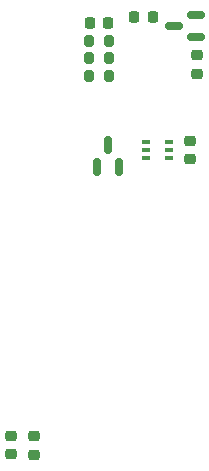
<source format=gbr>
%TF.GenerationSoftware,KiCad,Pcbnew,8.0.0*%
%TF.CreationDate,2024-05-28T22:42:53-04:00*%
%TF.ProjectId,MPPT Charge Controller,4d505054-2043-4686-9172-676520436f6e,0.2*%
%TF.SameCoordinates,Original*%
%TF.FileFunction,Paste,Bot*%
%TF.FilePolarity,Positive*%
%FSLAX46Y46*%
G04 Gerber Fmt 4.6, Leading zero omitted, Abs format (unit mm)*
G04 Created by KiCad (PCBNEW 8.0.0) date 2024-05-28 22:42:53*
%MOMM*%
%LPD*%
G01*
G04 APERTURE LIST*
G04 Aperture macros list*
%AMRoundRect*
0 Rectangle with rounded corners*
0 $1 Rounding radius*
0 $2 $3 $4 $5 $6 $7 $8 $9 X,Y pos of 4 corners*
0 Add a 4 corners polygon primitive as box body*
4,1,4,$2,$3,$4,$5,$6,$7,$8,$9,$2,$3,0*
0 Add four circle primitives for the rounded corners*
1,1,$1+$1,$2,$3*
1,1,$1+$1,$4,$5*
1,1,$1+$1,$6,$7*
1,1,$1+$1,$8,$9*
0 Add four rect primitives between the rounded corners*
20,1,$1+$1,$2,$3,$4,$5,0*
20,1,$1+$1,$4,$5,$6,$7,0*
20,1,$1+$1,$6,$7,$8,$9,0*
20,1,$1+$1,$8,$9,$2,$3,0*%
G04 Aperture macros list end*
%ADD10RoundRect,0.225000X-0.250000X0.225000X-0.250000X-0.225000X0.250000X-0.225000X0.250000X0.225000X0*%
%ADD11RoundRect,0.100000X0.225000X0.100000X-0.225000X0.100000X-0.225000X-0.100000X0.225000X-0.100000X0*%
%ADD12RoundRect,0.200000X-0.200000X-0.275000X0.200000X-0.275000X0.200000X0.275000X-0.200000X0.275000X0*%
%ADD13RoundRect,0.218750X-0.256250X0.218750X-0.256250X-0.218750X0.256250X-0.218750X0.256250X0.218750X0*%
%ADD14RoundRect,0.225000X0.225000X0.250000X-0.225000X0.250000X-0.225000X-0.250000X0.225000X-0.250000X0*%
%ADD15RoundRect,0.150000X0.150000X-0.587500X0.150000X0.587500X-0.150000X0.587500X-0.150000X-0.587500X0*%
%ADD16RoundRect,0.200000X0.200000X0.275000X-0.200000X0.275000X-0.200000X-0.275000X0.200000X-0.275000X0*%
%ADD17RoundRect,0.150000X0.587500X0.150000X-0.587500X0.150000X-0.587500X-0.150000X0.587500X-0.150000X0*%
G04 APERTURE END LIST*
D10*
%TO.C,C15*%
X111475000Y-106725000D03*
X111475000Y-108275000D03*
%TD*%
D11*
%TO.C,U5*%
X109650000Y-106850000D03*
X109650000Y-107500000D03*
X109650000Y-108150000D03*
X107750000Y-108150000D03*
X107750000Y-107500000D03*
X107750000Y-106850000D03*
%TD*%
D10*
%TO.C,C4*%
X112000000Y-99475000D03*
X112000000Y-101025000D03*
%TD*%
D12*
%TO.C,R6*%
X102925000Y-98250000D03*
X104575000Y-98250000D03*
%TD*%
D13*
%TO.C,D4*%
X96250000Y-131675000D03*
X96250000Y-133250000D03*
%TD*%
D12*
%TO.C,R9*%
X102925000Y-99750000D03*
X104575000Y-99750000D03*
%TD*%
D14*
%TO.C,C5*%
X106725000Y-96250000D03*
X108275000Y-96250000D03*
%TD*%
D13*
%TO.C,D3*%
X98250000Y-131712500D03*
X98250000Y-133287500D03*
%TD*%
D15*
%TO.C,Q3*%
X105450000Y-108937500D03*
X103550000Y-108937500D03*
X104500000Y-107062500D03*
%TD*%
D16*
%TO.C,R10*%
X104575000Y-101250000D03*
X102925000Y-101250000D03*
%TD*%
D14*
%TO.C,C2*%
X104525000Y-96750000D03*
X102975000Y-96750000D03*
%TD*%
D17*
%TO.C,D2*%
X110062500Y-97000000D03*
X111937500Y-97950000D03*
X111937500Y-96050000D03*
%TD*%
M02*

</source>
